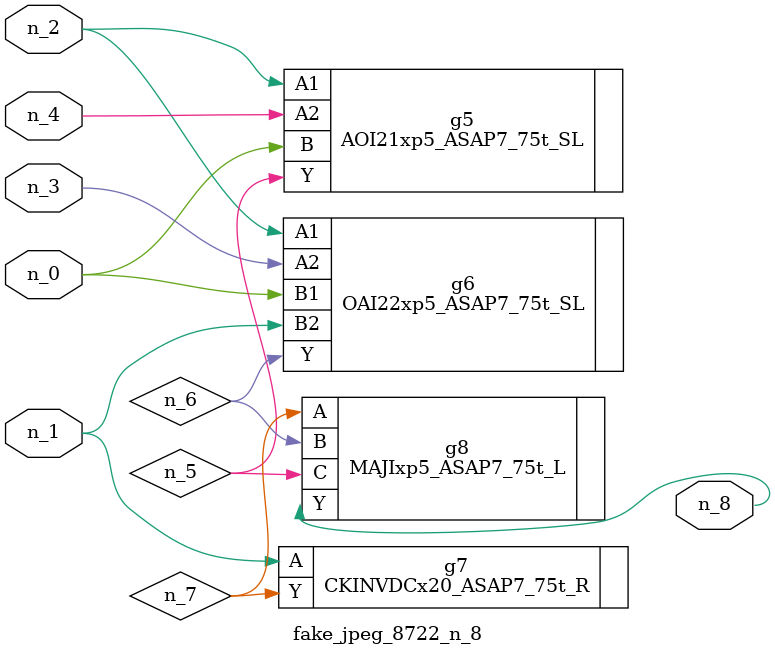
<source format=v>
module fake_jpeg_8722_n_8 (n_3, n_2, n_1, n_0, n_4, n_8);

input n_3;
input n_2;
input n_1;
input n_0;
input n_4;

output n_8;

wire n_6;
wire n_5;
wire n_7;

AOI21xp5_ASAP7_75t_SL g5 ( 
.A1(n_2),
.A2(n_4),
.B(n_0),
.Y(n_5)
);

OAI22xp5_ASAP7_75t_SL g6 ( 
.A1(n_2),
.A2(n_3),
.B1(n_0),
.B2(n_1),
.Y(n_6)
);

CKINVDCx20_ASAP7_75t_R g7 ( 
.A(n_1),
.Y(n_7)
);

MAJIxp5_ASAP7_75t_L g8 ( 
.A(n_7),
.B(n_6),
.C(n_5),
.Y(n_8)
);


endmodule
</source>
